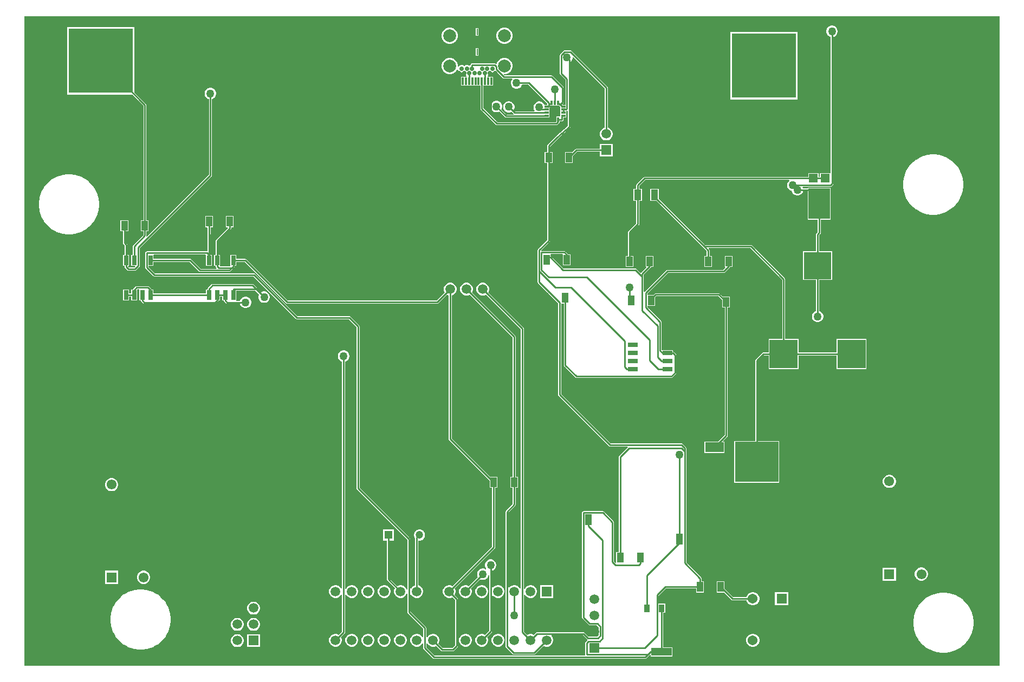
<source format=gtl>
G04*
G04 #@! TF.GenerationSoftware,Altium Limited,Altium Designer,22.11.1 (43)*
G04*
G04 Layer_Physical_Order=1*
G04 Layer_Color=255*
%FSLAX25Y25*%
%MOIN*%
G70*
G04*
G04 #@! TF.SameCoordinates,F1E40A5C-0621-48A3-8FA6-9D6C7DDBF0E7*
G04*
G04*
G04 #@! TF.FilePolarity,Positive*
G04*
G01*
G75*
%ADD10C,0.01000*%
%ADD17R,0.03740X0.04921*%
%ADD18R,0.12598X0.04921*%
%ADD19R,0.01181X0.04724*%
%ADD20R,0.00787X0.03937*%
%ADD21R,0.03937X0.05906*%
%ADD22R,0.04331X0.06693*%
%ADD23R,0.05472X0.05512*%
%ADD24R,0.13228X0.19134*%
%ADD25R,0.06004X0.02559*%
%ADD26R,0.17323X0.17717*%
%ADD27R,0.16929X0.16929*%
%ADD28R,0.01181X0.02756*%
%ADD29R,0.02756X0.01181*%
%ADD30R,0.05906X0.05906*%
%ADD31R,0.11811X0.05906*%
%ADD32R,0.26772X0.24606*%
%ADD33R,0.02559X0.06004*%
%ADD54C,0.06063*%
%ADD55R,0.06063X0.06063*%
G04:AMPARAMS|DCode=57|XSize=94.49mil|YSize=196.85mil|CornerRadius=47.24mil|HoleSize=0mil|Usage=FLASHONLY|Rotation=0.000|XOffset=0mil|YOffset=0mil|HoleType=Round|Shape=RoundedRectangle|*
%AMROUNDEDRECTD57*
21,1,0.09449,0.10236,0,0,0.0*
21,1,0.00000,0.19685,0,0,0.0*
1,1,0.09449,0.00000,-0.05118*
1,1,0.09449,0.00000,-0.05118*
1,1,0.09449,0.00000,0.05118*
1,1,0.09449,0.00000,0.05118*
%
%ADD57ROUNDEDRECTD57*%
%ADD58C,0.06102*%
%ADD59R,0.06102X0.06102*%
%ADD63C,0.05906*%
%ADD64R,0.05906X0.05906*%
%ADD65C,0.02756*%
%ADD66C,0.07913*%
%ADD67R,0.39370X0.39370*%
%ADD68R,0.04724X0.04724*%
%ADD69C,0.04724*%
%ADD70C,0.05000*%
G36*
X700000Y100000D02*
X100000D01*
Y500000D01*
X700000D01*
Y100000D01*
D02*
G37*
%LPC*%
G36*
X379287Y492567D02*
X377713D01*
Y487842D01*
X379287D01*
Y492567D01*
D02*
G37*
G36*
X395964Y492996D02*
X394659D01*
X393398Y492658D01*
X392268Y492006D01*
X391345Y491083D01*
X390692Y489953D01*
X390354Y488692D01*
Y487387D01*
X390692Y486126D01*
X391345Y484996D01*
X392268Y484073D01*
X393398Y483421D01*
X394659Y483083D01*
X395964D01*
X397224Y483421D01*
X398355Y484073D01*
X399277Y484996D01*
X399930Y486126D01*
X400268Y487387D01*
Y488692D01*
X399930Y489953D01*
X399277Y491083D01*
X398355Y492006D01*
X397224Y492658D01*
X395964Y492996D01*
D02*
G37*
G36*
X362342D02*
X361036D01*
X359776Y492658D01*
X358646Y492006D01*
X357723Y491083D01*
X357070Y489953D01*
X356732Y488692D01*
Y487387D01*
X357070Y486126D01*
X357723Y484996D01*
X358646Y484073D01*
X359776Y483421D01*
X361036Y483083D01*
X362342D01*
X363602Y483421D01*
X364733Y484073D01*
X365655Y484996D01*
X366308Y486126D01*
X366646Y487387D01*
Y488692D01*
X366308Y489953D01*
X365655Y491083D01*
X364733Y492006D01*
X363602Y492658D01*
X362342Y492996D01*
D02*
G37*
G36*
X379287Y480362D02*
X377713D01*
Y475638D01*
X379287D01*
Y480362D01*
D02*
G37*
G36*
X575685Y490185D02*
X534315D01*
Y448815D01*
X575685D01*
Y490185D01*
D02*
G37*
G36*
X436000Y478911D02*
X432400D01*
X432051Y478842D01*
X431756Y478644D01*
X429756Y476644D01*
X429558Y476349D01*
X429489Y476000D01*
Y464600D01*
X429558Y464251D01*
X429756Y463956D01*
X432861Y460851D01*
Y445453D01*
X431318D01*
X431104Y445943D01*
X431104Y445946D01*
X431514Y446356D01*
X431712Y446651D01*
X431781Y447000D01*
Y456130D01*
X431712Y456479D01*
X431514Y456775D01*
X425044Y463244D01*
X424749Y463442D01*
X424400Y463511D01*
X395404D01*
X394954Y463961D01*
X395162Y464461D01*
X395964D01*
X397224Y464798D01*
X398355Y465451D01*
X399277Y466374D01*
X399930Y467504D01*
X400268Y468765D01*
Y470070D01*
X399930Y471330D01*
X399277Y472461D01*
X398355Y473384D01*
X397224Y474036D01*
X395964Y474374D01*
X394659D01*
X393398Y474036D01*
X392268Y473384D01*
X391345Y472461D01*
X390692Y471330D01*
X390540Y470761D01*
X390409Y470726D01*
X389999Y470675D01*
X389749Y470842D01*
X389400Y470911D01*
X375350D01*
X375002Y470842D01*
X374706Y470644D01*
X374509Y470349D01*
X374439Y470000D01*
Y469842D01*
X374003Y469662D01*
X373776Y469434D01*
X373548Y469662D01*
X372674Y470023D01*
X371728D01*
X370854Y469662D01*
X370626Y469434D01*
X370398Y469662D01*
X369524Y470023D01*
X368578D01*
X367704Y469662D01*
X367146Y469103D01*
X366646Y469259D01*
Y470070D01*
X366308Y471330D01*
X365655Y472461D01*
X364733Y473384D01*
X363602Y474036D01*
X362342Y474374D01*
X361036D01*
X359776Y474036D01*
X358646Y473384D01*
X357723Y472461D01*
X357070Y471330D01*
X356732Y470070D01*
Y468765D01*
X357070Y467504D01*
X357723Y466374D01*
X358646Y465451D01*
X359776Y464798D01*
X361036Y464461D01*
X362342D01*
X363602Y464798D01*
X364733Y465451D01*
X365655Y466374D01*
X366173Y467271D01*
X366584Y467190D01*
X366682Y467152D01*
X367035Y466299D01*
X367704Y465630D01*
X368578Y465268D01*
X369524D01*
X370398Y465630D01*
X370626Y465858D01*
X370854Y465630D01*
X371412Y465398D01*
X371398Y465363D01*
Y464417D01*
X371760Y463543D01*
X372078Y463224D01*
X371871Y462724D01*
X370626Y462724D01*
X370126Y462724D01*
X368657D01*
Y457212D01*
X370626Y457212D01*
X371126Y457212D01*
X374063D01*
X374563Y457212D01*
Y457212D01*
X374563D01*
Y457212D01*
X378000D01*
X378500Y457212D01*
Y457212D01*
X378500D01*
Y457212D01*
X380542D01*
Y443146D01*
X380611Y442797D01*
X380808Y442502D01*
X390054Y433256D01*
X390350Y433058D01*
X390699Y432989D01*
X427250D01*
X427599Y433058D01*
X427895Y433256D01*
X428995Y434356D01*
X429176Y434626D01*
X429335D01*
Y435389D01*
X430800D01*
X431149Y435458D01*
X431444Y435656D01*
X431642Y435951D01*
X431711Y436300D01*
Y437579D01*
X433272D01*
Y439047D01*
X433272Y439547D01*
X433272D01*
Y439547D01*
X433272D01*
Y441589D01*
X433288D01*
X433636Y441658D01*
X433754Y441737D01*
X434254Y441507D01*
Y432412D01*
X427398Y426384D01*
X427380Y426361D01*
X427356Y426344D01*
X421856Y420844D01*
X421658Y420549D01*
X421589Y420200D01*
Y416347D01*
X420138D01*
Y409654D01*
X421589D01*
Y362045D01*
X416056Y356512D01*
X416055Y356511D01*
X416054Y356510D01*
X415956Y356363D01*
X415858Y356217D01*
X415858Y356215D01*
X415857Y356214D01*
X415823Y356040D01*
X415789Y355868D01*
Y336400D01*
X415858Y336051D01*
X416056Y335756D01*
X428389Y323423D01*
Y267100D01*
X428458Y266751D01*
X428656Y266456D01*
X459756Y235356D01*
X460051Y235158D01*
X460400Y235089D01*
X471121D01*
X471264Y234817D01*
X471300Y234589D01*
X465856Y229144D01*
X465658Y228849D01*
X465589Y228500D01*
Y169846D01*
X464138D01*
Y163658D01*
X463638Y163451D01*
X462711Y164377D01*
Y188400D01*
X462642Y188749D01*
X462444Y189044D01*
X456544Y194944D01*
X456249Y195142D01*
X455900Y195211D01*
X444000D01*
X443651Y195142D01*
X443356Y194944D01*
X443158Y194649D01*
X443089Y194300D01*
Y129800D01*
X443158Y129451D01*
X443356Y129156D01*
X447156Y125356D01*
X447451Y125158D01*
X447800Y125089D01*
X452123D01*
X453435Y123776D01*
Y118877D01*
X452623Y118065D01*
X447077D01*
X444698Y120444D01*
X444402Y120642D01*
X444053Y120711D01*
X415453D01*
X415105Y120642D01*
X414809Y120444D01*
X413435Y119070D01*
X412884Y119388D01*
X411879Y119658D01*
X410838D01*
X409832Y119388D01*
X409282Y119070D01*
X407311Y121040D01*
Y143809D01*
X407811Y143943D01*
X408195Y143278D01*
X408931Y142542D01*
X409832Y142021D01*
X410838Y141752D01*
X411879D01*
X412884Y142021D01*
X413785Y142542D01*
X414521Y143278D01*
X415042Y144179D01*
X415311Y145184D01*
Y146225D01*
X415042Y147231D01*
X414521Y148132D01*
X413785Y148868D01*
X412884Y149388D01*
X411879Y149657D01*
X410838D01*
X409832Y149388D01*
X408931Y148868D01*
X408195Y148132D01*
X407811Y147467D01*
X407311Y147601D01*
Y307600D01*
X407242Y307949D01*
X407044Y308244D01*
X385365Y329923D01*
X385683Y330474D01*
X385953Y331480D01*
Y332520D01*
X385683Y333526D01*
X385163Y334427D01*
X384427Y335163D01*
X383526Y335683D01*
X382520Y335953D01*
X381480D01*
X380474Y335683D01*
X379573Y335163D01*
X378837Y334427D01*
X378317Y333526D01*
X378047Y332520D01*
Y331480D01*
X378317Y330474D01*
X378837Y329573D01*
X379573Y328837D01*
X380474Y328317D01*
X381480Y328047D01*
X382520D01*
X383526Y328317D01*
X384077Y328635D01*
X405489Y307223D01*
Y147406D01*
X405373Y147361D01*
X404989Y147322D01*
X404521Y148132D01*
X403785Y148868D01*
X402884Y149388D01*
X401879Y149657D01*
X400838D01*
X399833Y149388D01*
X398931Y148868D01*
X398311Y148248D01*
X397811Y148412D01*
Y194423D01*
X401943Y198556D01*
X402141Y198851D01*
X402210Y199200D01*
Y209653D01*
X403661D01*
Y216347D01*
X402210D01*
Y302701D01*
X402141Y303049D01*
X401943Y303345D01*
X375365Y329923D01*
X375683Y330474D01*
X375953Y331480D01*
Y332520D01*
X375683Y333526D01*
X375163Y334427D01*
X374427Y335163D01*
X373526Y335683D01*
X372520Y335953D01*
X371480D01*
X370474Y335683D01*
X369573Y335163D01*
X368837Y334427D01*
X368317Y333526D01*
X368047Y332520D01*
Y331480D01*
X368317Y330474D01*
X368837Y329573D01*
X369573Y328837D01*
X370474Y328317D01*
X371480Y328047D01*
X372520D01*
X373526Y328317D01*
X374077Y328635D01*
X400388Y302323D01*
Y216347D01*
X398937D01*
Y209653D01*
X400388D01*
Y199577D01*
X396256Y195445D01*
X396058Y195150D01*
X395989Y194801D01*
Y112000D01*
X396058Y111651D01*
X396256Y111356D01*
X400356Y107256D01*
X400651Y107058D01*
X401000Y106989D01*
X413553D01*
X413902Y107058D01*
X414198Y107256D01*
X419281Y112339D01*
X419833Y112021D01*
X420838Y111752D01*
X421879D01*
X422884Y112021D01*
X423785Y112542D01*
X424521Y113278D01*
X425042Y114179D01*
X425311Y115184D01*
Y116225D01*
X425042Y117230D01*
X424521Y118132D01*
X424264Y118389D01*
X424471Y118889D01*
X443676D01*
X446056Y116509D01*
X446351Y116312D01*
X446366Y116281D01*
X446421Y115788D01*
X446356Y115744D01*
X445356Y114744D01*
X445158Y114449D01*
X445089Y114100D01*
Y106900D01*
X445126Y106711D01*
X444883Y106301D01*
X444784Y106211D01*
X352377D01*
X347211Y111377D01*
Y113780D01*
X347293Y113840D01*
X347950Y113703D01*
X348195Y113278D01*
X348931Y112542D01*
X349833Y112021D01*
X350838Y111752D01*
X351879D01*
X352884Y112021D01*
X353435Y112339D01*
X356419Y109356D01*
X356714Y109158D01*
X357063Y109089D01*
X363663D01*
X364012Y109158D01*
X364307Y109356D01*
X366544Y111593D01*
X366742Y111888D01*
X366811Y112237D01*
Y141163D01*
X366742Y141512D01*
X366544Y141807D01*
X364723Y143628D01*
X365042Y144179D01*
X365311Y145184D01*
Y146225D01*
X365042Y147231D01*
X364723Y147781D01*
X389345Y172403D01*
X389543Y172699D01*
X389612Y173047D01*
Y209653D01*
X391063D01*
Y216347D01*
X386643D01*
X362911Y240078D01*
Y328152D01*
X363526Y328317D01*
X364427Y328837D01*
X365163Y329573D01*
X365683Y330474D01*
X365953Y331480D01*
Y332520D01*
X365683Y333526D01*
X365163Y334427D01*
X364427Y335163D01*
X363526Y335683D01*
X362520Y335953D01*
X361480D01*
X360474Y335683D01*
X359573Y335163D01*
X358837Y334427D01*
X358317Y333526D01*
X358047Y332520D01*
Y331480D01*
X358317Y330474D01*
X358635Y329923D01*
X353623Y324911D01*
X262077D01*
X236744Y350244D01*
X236449Y350442D01*
X236100Y350511D01*
X230173D01*
Y353073D01*
X226827D01*
Y346282D01*
X226514Y345911D01*
X220486D01*
X220173Y346282D01*
Y353073D01*
X219411D01*
Y361223D01*
X226943Y368755D01*
X227141Y369051D01*
X227210Y369399D01*
Y370153D01*
X228661D01*
Y376847D01*
X223937D01*
Y370153D01*
X225091D01*
X225265Y369654D01*
X217856Y362244D01*
X217658Y361949D01*
X217589Y361600D01*
Y353073D01*
X216827D01*
Y346282D01*
X217589D01*
Y346000D01*
X217658Y345651D01*
X217856Y345356D01*
X218338Y344873D01*
X218147Y344411D01*
X208477D01*
X202544Y350344D01*
X202249Y350542D01*
X201900Y350611D01*
X179173D01*
Y353073D01*
X179543Y353389D01*
X211458D01*
X211827Y353073D01*
Y346282D01*
X215173D01*
Y353073D01*
X214411D01*
Y361393D01*
X214556Y370153D01*
X216063D01*
Y376847D01*
X211338D01*
Y370153D01*
X212377D01*
X212728Y369797D01*
X212589Y361415D01*
X212590Y361407D01*
X212589Y361400D01*
Y355644D01*
X212200Y355211D01*
X175300D01*
X174951Y355142D01*
X174656Y354944D01*
X174458Y354649D01*
X174389Y354300D01*
Y345400D01*
X174458Y345051D01*
X174656Y344756D01*
X179356Y340056D01*
X179651Y339858D01*
X180000Y339789D01*
X241023D01*
X267056Y313756D01*
X267351Y313558D01*
X267700Y313489D01*
X299623D01*
X304389Y308723D01*
Y209300D01*
X304458Y208951D01*
X304656Y208656D01*
X335589Y177723D01*
Y147120D01*
X335089Y147054D01*
X335042Y147231D01*
X334521Y148132D01*
X333785Y148868D01*
X332884Y149388D01*
X331879Y149657D01*
X330838D01*
X329833Y149388D01*
X329282Y149070D01*
X324805Y153547D01*
Y177138D01*
X327256D01*
Y183862D01*
X320532D01*
Y177138D01*
X322983D01*
Y153169D01*
X323052Y152821D01*
X323250Y152525D01*
X327993Y147781D01*
X327675Y147231D01*
X327406Y146225D01*
Y145184D01*
X327675Y144179D01*
X328195Y143278D01*
X328931Y142542D01*
X329833Y142021D01*
X330838Y141752D01*
X331879D01*
X332884Y142021D01*
X333785Y142542D01*
X334521Y143278D01*
X335042Y144179D01*
X335089Y144355D01*
X335589Y144290D01*
Y133000D01*
X335658Y132651D01*
X335856Y132356D01*
X345389Y122823D01*
Y117629D01*
X344889Y117495D01*
X344521Y118132D01*
X343785Y118868D01*
X342884Y119388D01*
X341879Y119658D01*
X340838D01*
X339832Y119388D01*
X338931Y118868D01*
X338195Y118132D01*
X337675Y117230D01*
X337405Y116225D01*
Y115184D01*
X337675Y114179D01*
X338195Y113278D01*
X338931Y112542D01*
X339832Y112021D01*
X340838Y111752D01*
X341879D01*
X342884Y112021D01*
X343785Y112542D01*
X344521Y113278D01*
X344889Y113915D01*
X345389Y113780D01*
Y111000D01*
X345458Y110651D01*
X345656Y110356D01*
X351356Y104656D01*
X351651Y104458D01*
X352000Y104389D01*
X482100D01*
X482449Y104458D01*
X482744Y104656D01*
X484845Y106756D01*
X485307Y106565D01*
Y105760D01*
X498693D01*
Y111468D01*
X492911D01*
Y132531D01*
X494264D01*
Y138240D01*
X490111D01*
Y143123D01*
X494577Y147589D01*
X513339D01*
Y145153D01*
X518063D01*
Y151847D01*
X516612D01*
Y153800D01*
X516543Y154149D01*
X516345Y154444D01*
X507211Y163578D01*
Y232000D01*
Y234000D01*
X507142Y234349D01*
X506944Y234644D01*
X504944Y236644D01*
X504649Y236842D01*
X504300Y236911D01*
X460777D01*
X430211Y267477D01*
Y322747D01*
X430437Y323153D01*
X431888D01*
Y284901D01*
X431957Y284552D01*
X432155Y284257D01*
X438856Y277556D01*
X439151Y277358D01*
X439500Y277289D01*
X498000D01*
X498349Y277358D01*
X498644Y277556D01*
X500844Y279756D01*
X501042Y280051D01*
X501111Y280400D01*
Y291300D01*
X501042Y291649D01*
X500844Y291944D01*
X499644Y293144D01*
X499349Y293342D01*
X499073Y293397D01*
Y294173D01*
X492281D01*
X492011Y294561D01*
Y311700D01*
X491942Y312049D01*
X491744Y312344D01*
X483211Y320877D01*
Y321247D01*
X483437Y321654D01*
X483711Y321654D01*
X488161D01*
Y327042D01*
X488708Y327589D01*
X526922D01*
X529437Y325074D01*
Y320654D01*
X530888D01*
Y242161D01*
X526574Y237846D01*
X518217D01*
Y231153D01*
X530815D01*
Y237846D01*
X529804D01*
X529613Y238308D01*
X532444Y241139D01*
X532641Y241435D01*
X532710Y241783D01*
Y320654D01*
X534161D01*
Y327346D01*
X529741D01*
X527944Y329144D01*
X527648Y329342D01*
X527299Y329411D01*
X488331D01*
X487982Y329342D01*
X487686Y329144D01*
X486888Y328346D01*
X483437Y328346D01*
X483211Y328753D01*
Y329323D01*
X495877Y341988D01*
X530198D01*
X530547Y342057D01*
X530843Y342255D01*
X533944Y345356D01*
X534141Y345651D01*
X534141Y345654D01*
X535661D01*
Y352346D01*
X530937D01*
Y345654D01*
X531011D01*
X531202Y345192D01*
X529821Y343810D01*
X495499D01*
X495151Y343741D01*
X494855Y343544D01*
X481656Y330344D01*
X481546Y330181D01*
X481046Y330332D01*
Y339565D01*
Y340959D01*
X485443Y345356D01*
X485641Y345651D01*
X485641Y345654D01*
X487161D01*
Y352346D01*
X482437D01*
Y345654D01*
X482511D01*
X482702Y345192D01*
X479491Y341980D01*
X479052Y341937D01*
X476644Y344344D01*
X476349Y344542D01*
X476000Y344611D01*
X431728D01*
X424145Y352194D01*
X423849Y352392D01*
X423563Y352449D01*
Y353346D01*
X423963Y353589D01*
X431037D01*
X431437Y353346D01*
Y346654D01*
X436161D01*
Y353346D01*
X434642D01*
X434641Y353349D01*
X434444Y353644D01*
X432943Y355144D01*
X432648Y355342D01*
X432299Y355411D01*
X418239D01*
X418068Y355683D01*
X418021Y355900D01*
X423144Y361023D01*
X423342Y361319D01*
X423411Y361668D01*
Y409654D01*
X424862D01*
Y416347D01*
X423411D01*
Y419823D01*
X428624Y425035D01*
X435767Y431316D01*
X435785Y431339D01*
X435810Y431356D01*
X435893Y431480D01*
X435983Y431598D01*
X435991Y431627D01*
X436007Y431651D01*
X436036Y431798D01*
X436075Y431942D01*
X436071Y431971D01*
X436077Y432000D01*
Y471927D01*
X436601Y472451D01*
X437062Y473249D01*
X437300Y474139D01*
Y474704D01*
X437800Y474911D01*
X457089Y455623D01*
Y431348D01*
X456474Y431183D01*
X455573Y430663D01*
X454837Y429927D01*
X454317Y429026D01*
X454047Y428020D01*
Y426980D01*
X454317Y425974D01*
X454837Y425073D01*
X455573Y424337D01*
X456474Y423817D01*
X457480Y423547D01*
X458520D01*
X459526Y423817D01*
X460427Y424337D01*
X461163Y425073D01*
X461683Y425974D01*
X461953Y426980D01*
Y428020D01*
X461683Y429026D01*
X461163Y429927D01*
X460427Y430663D01*
X459526Y431183D01*
X458911Y431348D01*
Y456000D01*
X458842Y456349D01*
X458644Y456644D01*
X436644Y478644D01*
X436349Y478842D01*
X436000Y478911D01*
D02*
G37*
G36*
X660259Y414857D02*
X657964D01*
X657898Y414844D01*
X657831Y414849D01*
X655555Y414549D01*
X655492Y414528D01*
X655424Y414523D01*
X653208Y413929D01*
X653147Y413900D01*
X653082Y413886D01*
X650961Y413008D01*
X650905Y412971D01*
X650842Y412949D01*
X648854Y411802D01*
X648804Y411757D01*
X648743Y411728D01*
X646922Y410330D01*
X646878Y410280D01*
X646822Y410243D01*
X645199Y408620D01*
X645162Y408564D01*
X645112Y408520D01*
X643714Y406699D01*
X643685Y406638D01*
X643640Y406588D01*
X642493Y404600D01*
X642471Y404537D01*
X642434Y404481D01*
X641556Y402360D01*
X641542Y402294D01*
X641513Y402234D01*
X640919Y400017D01*
X640914Y399950D01*
X640893Y399887D01*
X640593Y397611D01*
X640598Y397544D01*
X640585Y397478D01*
Y395183D01*
X640598Y395117D01*
X640593Y395050D01*
X640893Y392775D01*
X640914Y392711D01*
X640919Y392644D01*
X641513Y390427D01*
X641542Y390367D01*
X641556Y390301D01*
X642434Y388181D01*
X642471Y388125D01*
X642493Y388061D01*
X643640Y386074D01*
X643685Y386023D01*
X643714Y385963D01*
X645112Y384142D01*
X645162Y384098D01*
X645199Y384042D01*
X646822Y382419D01*
X646878Y382382D01*
X646922Y382331D01*
X648743Y380934D01*
X648804Y380904D01*
X648854Y380860D01*
X650842Y379712D01*
X650905Y379691D01*
X650961Y379653D01*
X653082Y378775D01*
X653147Y378762D01*
X653208Y378732D01*
X655424Y378138D01*
X655492Y378134D01*
X655555Y378112D01*
X657831Y377813D01*
X657898Y377817D01*
X657964Y377804D01*
X660259D01*
X660325Y377817D01*
X660392Y377813D01*
X662667Y378112D01*
X662731Y378134D01*
X662798Y378138D01*
X665015Y378732D01*
X665075Y378762D01*
X665141Y378775D01*
X667261Y379653D01*
X667317Y379691D01*
X667381Y379712D01*
X669368Y380860D01*
X669419Y380904D01*
X669479Y380934D01*
X671300Y382331D01*
X671344Y382382D01*
X671400Y382419D01*
X673023Y384042D01*
X673060Y384098D01*
X673111Y384142D01*
X674508Y385963D01*
X674538Y386023D01*
X674582Y386074D01*
X675730Y388061D01*
X675751Y388125D01*
X675788Y388181D01*
X676667Y390301D01*
X676680Y390367D01*
X676710Y390427D01*
X677304Y392644D01*
X677308Y392711D01*
X677330Y392775D01*
X677629Y395050D01*
X677625Y395117D01*
X677638Y395183D01*
Y397478D01*
X677625Y397544D01*
X677629Y397611D01*
X677330Y399887D01*
X677308Y399950D01*
X677304Y400017D01*
X676710Y402234D01*
X676680Y402294D01*
X676667Y402360D01*
X675788Y404481D01*
X675751Y404537D01*
X675730Y404600D01*
X674582Y406588D01*
X674538Y406638D01*
X674508Y406699D01*
X673111Y408520D01*
X673060Y408564D01*
X673023Y408620D01*
X671400Y410243D01*
X671344Y410280D01*
X671300Y410330D01*
X669479Y411728D01*
X669419Y411757D01*
X669368Y411802D01*
X667381Y412949D01*
X667317Y412971D01*
X667261Y413008D01*
X665141Y413886D01*
X665075Y413900D01*
X665015Y413929D01*
X662798Y414523D01*
X662731Y414528D01*
X662667Y414549D01*
X660392Y414849D01*
X660325Y414844D01*
X660259Y414857D01*
D02*
G37*
G36*
X461953Y421453D02*
X454047D01*
Y418411D01*
X439598D01*
X439250Y418342D01*
X438954Y418144D01*
X437156Y416347D01*
X432736D01*
Y409654D01*
X437461D01*
Y414074D01*
X439976Y416589D01*
X454047D01*
Y413547D01*
X461953D01*
Y421453D01*
D02*
G37*
G36*
X128566Y402701D02*
X126271D01*
X126205Y402688D01*
X126138Y402692D01*
X123863Y402392D01*
X123799Y402371D01*
X123732Y402366D01*
X121515Y401772D01*
X121455Y401743D01*
X121389Y401729D01*
X119269Y400851D01*
X119212Y400814D01*
X119149Y400792D01*
X117161Y399645D01*
X117111Y399601D01*
X117051Y399571D01*
X115230Y398174D01*
X115185Y398123D01*
X115129Y398086D01*
X113507Y396463D01*
X113469Y396407D01*
X113419Y396363D01*
X112022Y394542D01*
X111992Y394482D01*
X111948Y394431D01*
X110800Y392444D01*
X110778Y392380D01*
X110741Y392324D01*
X109863Y390204D01*
X109850Y390138D01*
X109820Y390077D01*
X109226Y387861D01*
X109222Y387793D01*
X109200Y387730D01*
X108900Y385455D01*
X108905Y385387D01*
X108892Y385321D01*
Y383027D01*
X108905Y382961D01*
X108900Y382893D01*
X109200Y380618D01*
X109222Y380554D01*
X109226Y380487D01*
X109820Y378271D01*
X109850Y378210D01*
X109863Y378144D01*
X110741Y376024D01*
X110778Y375968D01*
X110800Y375904D01*
X111948Y373917D01*
X111992Y373866D01*
X112022Y373806D01*
X113419Y371985D01*
X113469Y371941D01*
X113507Y371885D01*
X115129Y370262D01*
X115185Y370225D01*
X115230Y370174D01*
X117051Y368777D01*
X117111Y368747D01*
X117161Y368703D01*
X119149Y367556D01*
X119212Y367534D01*
X119269Y367497D01*
X121389Y366618D01*
X121455Y366605D01*
X121515Y366576D01*
X123732Y365982D01*
X123799Y365977D01*
X123863Y365955D01*
X126138Y365656D01*
X126205Y365660D01*
X126271Y365647D01*
X128566D01*
X128632Y365660D01*
X128699Y365656D01*
X130974Y365955D01*
X131038Y365977D01*
X131105Y365982D01*
X133322Y366576D01*
X133382Y366605D01*
X133448Y366618D01*
X135568Y367497D01*
X135624Y367534D01*
X135688Y367556D01*
X137676Y368703D01*
X137726Y368747D01*
X137786Y368777D01*
X139607Y370174D01*
X139652Y370225D01*
X139707Y370262D01*
X141330Y371885D01*
X141368Y371941D01*
X141418Y371985D01*
X142815Y373806D01*
X142845Y373866D01*
X142889Y373917D01*
X144037Y375904D01*
X144058Y375968D01*
X144096Y376024D01*
X144974Y378144D01*
X144987Y378210D01*
X145017Y378271D01*
X145611Y380487D01*
X145615Y380554D01*
X145637Y380618D01*
X145937Y382893D01*
X145932Y382961D01*
X145945Y383027D01*
Y385321D01*
X145932Y385387D01*
X145937Y385455D01*
X145637Y387730D01*
X145615Y387793D01*
X145611Y387861D01*
X145017Y390077D01*
X144987Y390138D01*
X144974Y390204D01*
X144096Y392324D01*
X144058Y392380D01*
X144037Y392444D01*
X142889Y394431D01*
X142845Y394482D01*
X142815Y394542D01*
X141418Y396363D01*
X141368Y396407D01*
X141330Y396463D01*
X139707Y398086D01*
X139652Y398123D01*
X139607Y398174D01*
X137786Y399571D01*
X137726Y399601D01*
X137676Y399645D01*
X135688Y400792D01*
X135624Y400814D01*
X135568Y400851D01*
X133448Y401729D01*
X133382Y401743D01*
X133322Y401772D01*
X131105Y402366D01*
X131038Y402371D01*
X130974Y402392D01*
X128699Y402692D01*
X128632Y402688D01*
X128566Y402701D01*
D02*
G37*
G36*
X597361Y494200D02*
X596439D01*
X595549Y493961D01*
X594751Y493501D01*
X594099Y492849D01*
X593639Y492051D01*
X593400Y491161D01*
Y490239D01*
X593639Y489349D01*
X594099Y488551D01*
X594751Y487899D01*
X595549Y487438D01*
X595989Y487321D01*
Y403728D01*
X595752Y403327D01*
X589492D01*
Y401088D01*
X588508D01*
Y403327D01*
X582248D01*
Y401088D01*
X481559D01*
X481210Y401019D01*
X480914Y400821D01*
X476737Y396644D01*
X476540Y396349D01*
X476471Y396000D01*
Y393740D01*
X474823D01*
Y386260D01*
X476471D01*
Y372458D01*
X471557Y367544D01*
X471359Y367249D01*
X471290Y366900D01*
Y352346D01*
X469839D01*
Y345654D01*
X474563D01*
Y352346D01*
X473112D01*
Y366523D01*
X478026Y371437D01*
X478224Y371732D01*
X478293Y372081D01*
Y386260D01*
X479941D01*
Y393740D01*
X478293D01*
Y395623D01*
X481936Y399266D01*
X570357D01*
X570501Y398921D01*
X570516Y398766D01*
X569899Y398149D01*
X569439Y397351D01*
X569200Y396461D01*
Y395539D01*
X569439Y394649D01*
X569899Y393851D01*
X570551Y393199D01*
X571349Y392739D01*
X572129Y392529D01*
X572338Y391749D01*
X572799Y390951D01*
X573451Y390299D01*
X574249Y389839D01*
X575139Y389600D01*
X576061D01*
X576951Y389839D01*
X577749Y390299D01*
X578401Y390951D01*
X578862Y391749D01*
X578979Y392189D01*
X581992D01*
Y374539D01*
X588089D01*
Y366877D01*
X587356Y366144D01*
X587158Y365849D01*
X587089Y365500D01*
Y355221D01*
X579142D01*
Y337504D01*
X587089D01*
Y318479D01*
X586649Y318361D01*
X585851Y317901D01*
X585199Y317249D01*
X584738Y316451D01*
X584500Y315561D01*
Y314639D01*
X584738Y313749D01*
X585199Y312951D01*
X585851Y312299D01*
X586649Y311839D01*
X587539Y311600D01*
X588461D01*
X589351Y311839D01*
X590149Y312299D01*
X590801Y312951D01*
X591261Y313749D01*
X591500Y314639D01*
Y315561D01*
X591261Y316451D01*
X590801Y317249D01*
X590149Y317901D01*
X589351Y318361D01*
X588911Y318479D01*
Y337504D01*
X596858D01*
Y355221D01*
X588911D01*
Y365123D01*
X589644Y365856D01*
X589842Y366151D01*
X589911Y366500D01*
Y374539D01*
X596008D01*
Y394461D01*
X581992D01*
Y394011D01*
X578979D01*
X578862Y394451D01*
X578743Y394656D01*
X578993Y395089D01*
X595900D01*
X596249Y395158D01*
X596544Y395356D01*
X597544Y396356D01*
X597742Y396651D01*
X597811Y397000D01*
Y487321D01*
X598251Y487438D01*
X599049Y487899D01*
X599701Y488551D01*
X600162Y489349D01*
X600400Y490239D01*
Y491161D01*
X600162Y492051D01*
X599701Y492849D01*
X599049Y493501D01*
X598251Y493961D01*
X597361Y494200D01*
D02*
G37*
G36*
X167685Y493185D02*
X126315D01*
Y451815D01*
X166396D01*
X173187Y445024D01*
Y374346D01*
X171736D01*
Y367653D01*
X173187D01*
Y365276D01*
X166856Y358944D01*
X166658Y358649D01*
X166589Y358300D01*
Y353073D01*
X165827D01*
Y346282D01*
X168040D01*
X168231Y345820D01*
X167623Y345211D01*
X164377D01*
X163807Y345782D01*
X164014Y346282D01*
X164173D01*
Y353073D01*
X163411D01*
Y359400D01*
X163342Y359749D01*
X163144Y360044D01*
X162411Y360777D01*
Y367653D01*
X163862D01*
Y374346D01*
X159138D01*
Y367653D01*
X160589D01*
Y360400D01*
X160658Y360051D01*
X160856Y359756D01*
X161589Y359023D01*
Y353073D01*
X160827D01*
Y346282D01*
X161589D01*
Y345800D01*
X161658Y345451D01*
X161856Y345156D01*
X163356Y343656D01*
X163651Y343458D01*
X164000Y343389D01*
X168000D01*
X168349Y343458D01*
X168644Y343656D01*
X170744Y345756D01*
X170942Y346051D01*
X171011Y346400D01*
Y357323D01*
X215066Y401377D01*
X215263Y401673D01*
X215332Y402021D01*
Y449042D01*
X215772Y449160D01*
X216570Y449620D01*
X217222Y450272D01*
X217683Y451070D01*
X217921Y451960D01*
Y452882D01*
X217683Y453772D01*
X217222Y454570D01*
X216570Y455222D01*
X215772Y455683D01*
X214882Y455921D01*
X213960D01*
X213070Y455683D01*
X212272Y455222D01*
X211620Y454570D01*
X211160Y453772D01*
X210921Y452882D01*
Y451960D01*
X211160Y451070D01*
X211620Y450272D01*
X212272Y449620D01*
X213070Y449160D01*
X213510Y449042D01*
Y402399D01*
X175301Y364190D01*
X174913Y364508D01*
X174940Y364550D01*
X175010Y364898D01*
Y367653D01*
X176461D01*
Y374346D01*
X175010D01*
Y445402D01*
X174940Y445750D01*
X174743Y446046D01*
X167685Y453104D01*
Y493185D01*
D02*
G37*
G36*
X240300Y335111D02*
X215700D01*
X215351Y335042D01*
X215056Y334844D01*
X212856Y332644D01*
X212658Y332349D01*
X212589Y332000D01*
Y331719D01*
X211827D01*
Y329234D01*
X179173D01*
Y331719D01*
X178348D01*
X178342Y331749D01*
X178144Y332044D01*
X176644Y333544D01*
X176349Y333742D01*
X176000Y333811D01*
X169000D01*
X168651Y333742D01*
X168356Y333544D01*
X166856Y332044D01*
X166658Y331749D01*
X166652Y331719D01*
X165827D01*
Y329234D01*
X164173D01*
Y331719D01*
X160827D01*
Y324927D01*
X164173D01*
Y327412D01*
X165827D01*
Y324927D01*
X169173D01*
Y331719D01*
X169561Y331989D01*
X170439D01*
X170827Y331719D01*
X170827Y331489D01*
Y324927D01*
X171603D01*
X171658Y324651D01*
X171856Y324356D01*
X173056Y323156D01*
X173351Y322958D01*
X173700Y322889D01*
X217300D01*
X217649Y322958D01*
X217944Y323156D01*
X219144Y324356D01*
X219342Y324651D01*
X219397Y324927D01*
X220173D01*
Y327412D01*
X221827D01*
Y324927D01*
X222603D01*
X222658Y324651D01*
X222856Y324356D01*
X224056Y323156D01*
X224351Y322958D01*
X224700Y322889D01*
X232692D01*
X232810Y322449D01*
X233271Y321651D01*
X233923Y320999D01*
X234721Y320538D01*
X235611Y320300D01*
X236532D01*
X237423Y320538D01*
X238221Y320999D01*
X238872Y321651D01*
X239333Y322449D01*
X239572Y323339D01*
Y324261D01*
X239333Y325151D01*
X238872Y325949D01*
X238221Y326601D01*
X237423Y327062D01*
X236532Y327300D01*
X235611D01*
X234721Y327062D01*
X233923Y326601D01*
X233271Y325949D01*
X232810Y325151D01*
X232692Y324711D01*
X230584D01*
X230173Y324927D01*
X230173Y325211D01*
Y331089D01*
X242123D01*
X244466Y328745D01*
X244238Y328351D01*
X244000Y327461D01*
Y326539D01*
X244238Y325649D01*
X244699Y324851D01*
X245351Y324199D01*
X246149Y323739D01*
X247039Y323500D01*
X247961D01*
X248851Y323739D01*
X249649Y324199D01*
X250301Y324851D01*
X250762Y325649D01*
X251000Y326539D01*
Y327461D01*
X250762Y328351D01*
X250301Y329149D01*
X249649Y329801D01*
X248851Y330261D01*
X247961Y330500D01*
X247039D01*
X246149Y330261D01*
X245755Y330034D01*
X243144Y332644D01*
X240944Y334844D01*
X240649Y335042D01*
X240300Y335111D01*
D02*
G37*
G36*
X490177Y393740D02*
X485059D01*
Y386260D01*
X488869D01*
X517574Y357556D01*
X517574Y357556D01*
X519790Y355340D01*
Y352346D01*
X518339D01*
Y345654D01*
X523063D01*
Y352346D01*
X521612D01*
Y355717D01*
X521543Y356066D01*
X521345Y356362D01*
X520880Y356827D01*
X521071Y357289D01*
X546523D01*
X566223Y337589D01*
Y301284D01*
X558079D01*
Y292943D01*
X554532D01*
X554183Y292874D01*
X553887Y292676D01*
X549856Y288644D01*
X549658Y288349D01*
X549589Y288000D01*
Y238197D01*
X536721D01*
Y212803D01*
X564280D01*
Y238197D01*
X551411D01*
Y287623D01*
X554909Y291120D01*
X558079D01*
Y282780D01*
X576189D01*
Y291120D01*
X599811D01*
Y282780D01*
X617921D01*
Y301284D01*
X599811D01*
Y292943D01*
X576189D01*
Y301284D01*
X568045D01*
Y337966D01*
X567976Y338315D01*
X567778Y338611D01*
X547544Y358844D01*
X547249Y359042D01*
X546900Y359111D01*
X518595D01*
X490177Y387530D01*
Y393740D01*
D02*
G37*
G36*
X632691Y217610D02*
X631624D01*
X630594Y217334D01*
X629670Y216801D01*
X628916Y216047D01*
X628382Y215123D01*
X628106Y214092D01*
Y213026D01*
X628382Y211996D01*
X628916Y211072D01*
X629670Y210317D01*
X630594Y209784D01*
X631624Y209508D01*
X632691D01*
X633721Y209784D01*
X634645Y210317D01*
X635399Y211072D01*
X635933Y211996D01*
X636209Y213026D01*
Y214092D01*
X635933Y215123D01*
X635399Y216047D01*
X634645Y216801D01*
X633721Y217334D01*
X632691Y217610D01*
D02*
G37*
G36*
X154191Y215610D02*
X153124D01*
X152094Y215334D01*
X151170Y214801D01*
X150416Y214047D01*
X149882Y213123D01*
X149606Y212092D01*
Y211026D01*
X149882Y209995D01*
X150416Y209071D01*
X151170Y208317D01*
X152094Y207784D01*
X153124Y207508D01*
X154191D01*
X155221Y207784D01*
X156145Y208317D01*
X156899Y209071D01*
X157432Y209995D01*
X157709Y211026D01*
Y212092D01*
X157432Y213123D01*
X156899Y214047D01*
X156145Y214801D01*
X155221Y215334D01*
X154191Y215610D01*
D02*
G37*
G36*
X387361Y165500D02*
X386439D01*
X385549Y165261D01*
X384751Y164801D01*
X384099Y164149D01*
X383639Y163351D01*
X383400Y162461D01*
Y161539D01*
X383639Y160649D01*
X384099Y159851D01*
X384131Y159819D01*
X383824Y159419D01*
X383404Y159661D01*
X382514Y159900D01*
X381593D01*
X380702Y159661D01*
X379904Y159201D01*
X379253Y158549D01*
X378792Y157751D01*
X378553Y156861D01*
Y155939D01*
X378792Y155049D01*
X379019Y154655D01*
X373435Y149070D01*
X372884Y149388D01*
X371879Y149657D01*
X370838D01*
X369832Y149388D01*
X368931Y148868D01*
X368195Y148132D01*
X367675Y147231D01*
X367406Y146225D01*
Y145184D01*
X367675Y144179D01*
X368195Y143278D01*
X368931Y142542D01*
X369832Y142021D01*
X370838Y141752D01*
X371879D01*
X372884Y142021D01*
X373785Y142542D01*
X374521Y143278D01*
X375042Y144179D01*
X375311Y145184D01*
Y146225D01*
X375042Y147231D01*
X374724Y147781D01*
X380308Y153366D01*
X380702Y153138D01*
X381593Y152900D01*
X382514D01*
X383404Y153138D01*
X384202Y153599D01*
X384854Y154251D01*
X385315Y155049D01*
X385489Y155698D01*
X385989Y155632D01*
Y121624D01*
X383435Y119070D01*
X382884Y119388D01*
X381879Y119658D01*
X380838D01*
X379833Y119388D01*
X378931Y118868D01*
X378195Y118132D01*
X377675Y117230D01*
X377406Y116225D01*
Y115184D01*
X377675Y114179D01*
X378195Y113278D01*
X378931Y112542D01*
X379833Y112021D01*
X380838Y111752D01*
X381879D01*
X382884Y112021D01*
X383785Y112542D01*
X384521Y113278D01*
X385042Y114179D01*
X385311Y115184D01*
Y116225D01*
X385042Y117230D01*
X384723Y117781D01*
X387544Y120602D01*
X387742Y120898D01*
X387811Y121247D01*
Y142998D01*
X388311Y143162D01*
X388931Y142542D01*
X389832Y142021D01*
X390838Y141752D01*
X391879D01*
X392884Y142021D01*
X393785Y142542D01*
X394521Y143278D01*
X395042Y144179D01*
X395311Y145184D01*
Y146225D01*
X395042Y147231D01*
X394521Y148132D01*
X393785Y148868D01*
X392884Y149388D01*
X391879Y149657D01*
X390838D01*
X389832Y149388D01*
X388931Y148868D01*
X388311Y148248D01*
X387811Y148412D01*
Y158621D01*
X388251Y158739D01*
X389049Y159199D01*
X389701Y159851D01*
X390161Y160649D01*
X390400Y161539D01*
Y162461D01*
X390161Y163351D01*
X389701Y164149D01*
X389049Y164801D01*
X388251Y165261D01*
X387361Y165500D01*
D02*
G37*
G36*
X652376Y160524D02*
X651309D01*
X650279Y160248D01*
X649355Y159714D01*
X648601Y158960D01*
X648068Y158036D01*
X647791Y157006D01*
Y155939D01*
X648068Y154909D01*
X648601Y153985D01*
X649355Y153231D01*
X650279Y152698D01*
X651309Y152421D01*
X652376D01*
X653406Y152698D01*
X654330Y153231D01*
X655084Y153985D01*
X655618Y154909D01*
X655894Y155939D01*
Y157006D01*
X655618Y158036D01*
X655084Y158960D01*
X654330Y159714D01*
X653406Y160248D01*
X652376Y160524D01*
D02*
G37*
G36*
X636209D02*
X628106D01*
Y152421D01*
X636209D01*
Y160524D01*
D02*
G37*
G36*
X173876Y158524D02*
X172809D01*
X171779Y158247D01*
X170855Y157714D01*
X170101Y156960D01*
X169567Y156036D01*
X169291Y155006D01*
Y153939D01*
X169567Y152909D01*
X170101Y151985D01*
X170855Y151231D01*
X171779Y150697D01*
X172809Y150421D01*
X173876D01*
X174906Y150697D01*
X175830Y151231D01*
X176584Y151985D01*
X177118Y152909D01*
X177394Y153939D01*
Y155006D01*
X177118Y156036D01*
X176584Y156960D01*
X175830Y157714D01*
X174906Y158247D01*
X173876Y158524D01*
D02*
G37*
G36*
X157709D02*
X149606D01*
Y150421D01*
X157709D01*
Y158524D01*
D02*
G37*
G36*
X296861Y294200D02*
X295939D01*
X295049Y293962D01*
X294251Y293501D01*
X293599Y292849D01*
X293139Y292051D01*
X292900Y291161D01*
Y290239D01*
X293139Y289349D01*
X293599Y288551D01*
X294251Y287899D01*
X295049Y287439D01*
X295489Y287321D01*
Y147406D01*
X295373Y147361D01*
X294989Y147322D01*
X294521Y148132D01*
X293785Y148868D01*
X292884Y149388D01*
X291879Y149657D01*
X290838D01*
X289832Y149388D01*
X288931Y148868D01*
X288195Y148132D01*
X287675Y147231D01*
X287405Y146225D01*
Y145184D01*
X287675Y144179D01*
X288195Y143278D01*
X288931Y142542D01*
X289832Y142021D01*
X290838Y141752D01*
X291879D01*
X292884Y142021D01*
X293785Y142542D01*
X294521Y143278D01*
X294989Y144088D01*
X295373Y144049D01*
X295489Y144003D01*
Y121124D01*
X293435Y119070D01*
X292884Y119388D01*
X291879Y119658D01*
X290838D01*
X289832Y119388D01*
X288931Y118868D01*
X288195Y118132D01*
X287675Y117230D01*
X287405Y116225D01*
Y115184D01*
X287675Y114179D01*
X288195Y113278D01*
X288931Y112542D01*
X289832Y112021D01*
X290838Y111752D01*
X291879D01*
X292884Y112021D01*
X293785Y112542D01*
X294521Y113278D01*
X295042Y114179D01*
X295311Y115184D01*
Y116225D01*
X295042Y117230D01*
X294724Y117781D01*
X297044Y120102D01*
X297242Y120398D01*
X297311Y120747D01*
Y143809D01*
X297811Y143943D01*
X298195Y143278D01*
X298931Y142542D01*
X299833Y142021D01*
X300838Y141752D01*
X301879D01*
X302884Y142021D01*
X303785Y142542D01*
X304521Y143278D01*
X305042Y144179D01*
X305311Y145184D01*
Y146225D01*
X305042Y147231D01*
X304521Y148132D01*
X303785Y148868D01*
X302884Y149388D01*
X301879Y149657D01*
X300838D01*
X299833Y149388D01*
X298931Y148868D01*
X298195Y148132D01*
X297811Y147467D01*
X297311Y147601D01*
Y287321D01*
X297751Y287439D01*
X298549Y287899D01*
X299201Y288551D01*
X299661Y289349D01*
X299900Y290239D01*
Y291161D01*
X299661Y292051D01*
X299201Y292849D01*
X298549Y293501D01*
X297751Y293962D01*
X296861Y294200D01*
D02*
G37*
G36*
X172648Y147027D02*
X170352D01*
X170287Y147014D01*
X170219Y147018D01*
X167944Y146719D01*
X167880Y146697D01*
X167813Y146692D01*
X165596Y146098D01*
X165536Y146069D01*
X165470Y146056D01*
X163350Y145177D01*
X163294Y145140D01*
X163230Y145118D01*
X161243Y143971D01*
X161192Y143927D01*
X161132Y143897D01*
X159311Y142500D01*
X159267Y142449D01*
X159211Y142412D01*
X157588Y140789D01*
X157551Y140733D01*
X157500Y140689D01*
X156103Y138868D01*
X156073Y138808D01*
X156029Y138757D01*
X154882Y136770D01*
X154860Y136706D01*
X154823Y136650D01*
X153944Y134530D01*
X153931Y134464D01*
X153902Y134403D01*
X153308Y132187D01*
X153303Y132120D01*
X153281Y132056D01*
X152982Y129780D01*
X152986Y129713D01*
X152973Y129648D01*
Y127352D01*
X152986Y127287D01*
X152982Y127219D01*
X153281Y124944D01*
X153303Y124880D01*
X153308Y124813D01*
X153902Y122597D01*
X153931Y122536D01*
X153944Y122470D01*
X154823Y120350D01*
X154860Y120294D01*
X154882Y120230D01*
X156029Y118243D01*
X156073Y118192D01*
X156103Y118132D01*
X157500Y116311D01*
X157551Y116267D01*
X157588Y116211D01*
X159211Y114588D01*
X159267Y114551D01*
X159311Y114500D01*
X161132Y113103D01*
X161192Y113074D01*
X161243Y113029D01*
X163230Y111882D01*
X163294Y111860D01*
X163350Y111823D01*
X165470Y110944D01*
X165536Y110931D01*
X165596Y110901D01*
X167813Y110308D01*
X167880Y110303D01*
X167944Y110282D01*
X170219Y109982D01*
X170287Y109986D01*
X170352Y109973D01*
X172648D01*
X172713Y109986D01*
X172781Y109982D01*
X175056Y110282D01*
X175120Y110303D01*
X175187Y110308D01*
X177403Y110901D01*
X177464Y110931D01*
X177530Y110944D01*
X179650Y111823D01*
X179706Y111860D01*
X179770Y111882D01*
X181757Y113029D01*
X181808Y113074D01*
X181868Y113103D01*
X183689Y114500D01*
X183733Y114551D01*
X183789Y114588D01*
X185412Y116211D01*
X185449Y116267D01*
X185500Y116311D01*
X186897Y118132D01*
X186926Y118192D01*
X186971Y118243D01*
X188118Y120230D01*
X188140Y120294D01*
X188177Y120350D01*
X189056Y122470D01*
X189069Y122536D01*
X189099Y122597D01*
X189692Y124813D01*
X189697Y124880D01*
X189718Y124944D01*
X190018Y127219D01*
X190014Y127287D01*
X190027Y127352D01*
Y129648D01*
X190014Y129713D01*
X190018Y129781D01*
X189718Y132056D01*
X189697Y132120D01*
X189692Y132187D01*
X189099Y134403D01*
X189069Y134464D01*
X189056Y134530D01*
X188177Y136650D01*
X188140Y136706D01*
X188118Y136770D01*
X186971Y138757D01*
X186926Y138808D01*
X186897Y138868D01*
X185500Y140689D01*
X185449Y140733D01*
X185412Y140789D01*
X183789Y142412D01*
X183733Y142449D01*
X183689Y142500D01*
X181868Y143897D01*
X181808Y143927D01*
X181757Y143971D01*
X179770Y145118D01*
X179706Y145140D01*
X179650Y145177D01*
X177530Y146056D01*
X177464Y146069D01*
X177403Y146098D01*
X175187Y146692D01*
X175120Y146697D01*
X175056Y146719D01*
X172781Y147018D01*
X172713Y147014D01*
X172648Y147027D01*
D02*
G37*
G36*
X666550Y145052D02*
X664255D01*
X664189Y145039D01*
X664122Y145044D01*
X661847Y144744D01*
X661783Y144722D01*
X661716Y144718D01*
X659499Y144124D01*
X659439Y144094D01*
X659373Y144081D01*
X657253Y143203D01*
X657197Y143166D01*
X657133Y143144D01*
X655145Y141996D01*
X655095Y141952D01*
X655034Y141922D01*
X653214Y140525D01*
X653169Y140475D01*
X653114Y140437D01*
X651491Y138814D01*
X651453Y138759D01*
X651403Y138714D01*
X650006Y136893D01*
X649976Y136833D01*
X649932Y136783D01*
X648784Y134795D01*
X648763Y134731D01*
X648725Y134676D01*
X647847Y132555D01*
X647834Y132489D01*
X647804Y132429D01*
X647210Y130212D01*
X647206Y130145D01*
X647184Y130081D01*
X646884Y127806D01*
X646889Y127739D01*
X646876Y127673D01*
Y125378D01*
X646889Y125312D01*
X646884Y125245D01*
X647184Y122970D01*
X647206Y122906D01*
X647210Y122839D01*
X647804Y120622D01*
X647834Y120562D01*
X647847Y120496D01*
X648725Y118376D01*
X648763Y118320D01*
X648784Y118256D01*
X649932Y116268D01*
X649976Y116218D01*
X650006Y116157D01*
X651403Y114337D01*
X651453Y114292D01*
X651491Y114236D01*
X653114Y112614D01*
X653169Y112576D01*
X653214Y112526D01*
X655034Y111129D01*
X655095Y111099D01*
X655145Y111055D01*
X657133Y109907D01*
X657197Y109886D01*
X657253Y109848D01*
X659373Y108970D01*
X659439Y108957D01*
X659499Y108927D01*
X661716Y108333D01*
X661783Y108329D01*
X661847Y108307D01*
X664122Y108008D01*
X664189Y108012D01*
X664255Y107999D01*
X666550D01*
X666616Y108012D01*
X666683Y108008D01*
X668958Y108307D01*
X669022Y108329D01*
X669089Y108333D01*
X671306Y108927D01*
X671366Y108957D01*
X671432Y108970D01*
X673553Y109848D01*
X673608Y109886D01*
X673672Y109907D01*
X675660Y111055D01*
X675710Y111099D01*
X675771Y111129D01*
X677591Y112526D01*
X677636Y112576D01*
X677692Y112614D01*
X679314Y114236D01*
X679352Y114293D01*
X679402Y114337D01*
X680799Y116157D01*
X680829Y116218D01*
X680873Y116268D01*
X682021Y118256D01*
X682043Y118320D01*
X682080Y118376D01*
X682958Y120496D01*
X682971Y120562D01*
X683001Y120622D01*
X683595Y122839D01*
X683599Y122906D01*
X683621Y122970D01*
X683921Y125245D01*
X683916Y125312D01*
X683929Y125378D01*
Y127673D01*
X683916Y127739D01*
X683921Y127806D01*
X683621Y130081D01*
X683599Y130145D01*
X683595Y130212D01*
X683001Y132429D01*
X682971Y132489D01*
X682958Y132555D01*
X682080Y134676D01*
X682043Y134731D01*
X682021Y134795D01*
X680873Y136783D01*
X680829Y136833D01*
X680799Y136893D01*
X679402Y138714D01*
X679352Y138759D01*
X679314Y138814D01*
X677692Y140437D01*
X677636Y140475D01*
X677591Y140525D01*
X675771Y141922D01*
X675710Y141952D01*
X675660Y141996D01*
X673672Y143144D01*
X673608Y143166D01*
X673553Y143203D01*
X671432Y144081D01*
X671366Y144094D01*
X671306Y144124D01*
X669089Y144718D01*
X669022Y144722D01*
X668958Y144744D01*
X666683Y145044D01*
X666616Y145039D01*
X666550Y145052D01*
D02*
G37*
G36*
X425311Y149657D02*
X417406D01*
Y141752D01*
X425311D01*
Y149657D01*
D02*
G37*
G36*
X381879D02*
X380838D01*
X379833Y149388D01*
X378931Y148868D01*
X378195Y148132D01*
X377675Y147231D01*
X377406Y146225D01*
Y145184D01*
X377675Y144179D01*
X378195Y143278D01*
X378931Y142542D01*
X379833Y142021D01*
X380838Y141752D01*
X381879D01*
X382884Y142021D01*
X383785Y142542D01*
X384521Y143278D01*
X385042Y144179D01*
X385311Y145184D01*
Y146225D01*
X385042Y147231D01*
X384521Y148132D01*
X383785Y148868D01*
X382884Y149388D01*
X381879Y149657D01*
D02*
G37*
G36*
X321879D02*
X320838D01*
X319832Y149388D01*
X318931Y148868D01*
X318195Y148132D01*
X317675Y147231D01*
X317406Y146225D01*
Y145184D01*
X317675Y144179D01*
X318195Y143278D01*
X318931Y142542D01*
X319832Y142021D01*
X320838Y141752D01*
X321879D01*
X322884Y142021D01*
X323785Y142542D01*
X324521Y143278D01*
X325042Y144179D01*
X325311Y145184D01*
Y146225D01*
X325042Y147231D01*
X324521Y148132D01*
X323785Y148868D01*
X322884Y149388D01*
X321879Y149657D01*
D02*
G37*
G36*
X311879D02*
X310838D01*
X309833Y149388D01*
X308931Y148868D01*
X308195Y148132D01*
X307675Y147231D01*
X307405Y146225D01*
Y145184D01*
X307675Y144179D01*
X308195Y143278D01*
X308931Y142542D01*
X309833Y142021D01*
X310838Y141752D01*
X311879D01*
X312884Y142021D01*
X313785Y142542D01*
X314521Y143278D01*
X315042Y144179D01*
X315311Y145184D01*
Y146225D01*
X315042Y147231D01*
X314521Y148132D01*
X313785Y148868D01*
X312884Y149388D01*
X311879Y149657D01*
D02*
G37*
G36*
X569890Y145327D02*
X561827D01*
Y137264D01*
X569890D01*
Y145327D01*
D02*
G37*
G36*
X530661Y151847D02*
X525937D01*
Y145153D01*
X530357D01*
X534860Y140651D01*
X535155Y140453D01*
X535504Y140384D01*
X544212D01*
X544385Y139739D01*
X544916Y138820D01*
X545666Y138069D01*
X546586Y137538D01*
X547611Y137264D01*
X548673D01*
X549698Y137538D01*
X550617Y138069D01*
X551368Y138820D01*
X551898Y139739D01*
X552173Y140764D01*
Y141826D01*
X551898Y142851D01*
X551368Y143771D01*
X550617Y144521D01*
X549698Y145052D01*
X548673Y145327D01*
X547611D01*
X546586Y145052D01*
X545666Y144521D01*
X544916Y143771D01*
X544385Y142851D01*
X544212Y142206D01*
X535881D01*
X530661Y147426D01*
Y151847D01*
D02*
G37*
G36*
X241520Y139453D02*
X240480D01*
X239474Y139183D01*
X238573Y138663D01*
X237837Y137927D01*
X237317Y137026D01*
X237047Y136020D01*
Y134980D01*
X237317Y133974D01*
X237837Y133073D01*
X238573Y132337D01*
X239474Y131817D01*
X240480Y131547D01*
X241520D01*
X242526Y131817D01*
X243427Y132337D01*
X244163Y133073D01*
X244683Y133974D01*
X244953Y134980D01*
Y136020D01*
X244683Y137026D01*
X244163Y137927D01*
X243427Y138663D01*
X242526Y139183D01*
X241520Y139453D01*
D02*
G37*
G36*
Y129453D02*
X240480D01*
X239474Y129183D01*
X238573Y128663D01*
X237837Y127927D01*
X237317Y127026D01*
X237047Y126020D01*
Y124980D01*
X237317Y123974D01*
X237837Y123073D01*
X238573Y122337D01*
X239474Y121817D01*
X240480Y121547D01*
X241520D01*
X242526Y121817D01*
X243427Y122337D01*
X244163Y123073D01*
X244683Y123974D01*
X244953Y124980D01*
Y126020D01*
X244683Y127026D01*
X244163Y127927D01*
X243427Y128663D01*
X242526Y129183D01*
X241520Y129453D01*
D02*
G37*
G36*
X231520D02*
X230480D01*
X229474Y129183D01*
X228573Y128663D01*
X227837Y127927D01*
X227317Y127026D01*
X227047Y126020D01*
Y124980D01*
X227317Y123974D01*
X227837Y123073D01*
X228573Y122337D01*
X229474Y121817D01*
X230480Y121547D01*
X231520D01*
X232526Y121817D01*
X233427Y122337D01*
X234163Y123073D01*
X234683Y123974D01*
X234953Y124980D01*
Y126020D01*
X234683Y127026D01*
X234163Y127927D01*
X233427Y128663D01*
X232526Y129183D01*
X231520Y129453D01*
D02*
G37*
G36*
X391879Y119658D02*
X390838D01*
X389832Y119388D01*
X388931Y118868D01*
X388195Y118132D01*
X387675Y117230D01*
X387405Y116225D01*
Y115184D01*
X387675Y114179D01*
X388195Y113278D01*
X388931Y112542D01*
X389832Y112021D01*
X390838Y111752D01*
X391879D01*
X392884Y112021D01*
X393785Y112542D01*
X394521Y113278D01*
X395042Y114179D01*
X395311Y115184D01*
Y116225D01*
X395042Y117230D01*
X394521Y118132D01*
X393785Y118868D01*
X392884Y119388D01*
X391879Y119658D01*
D02*
G37*
G36*
X371879D02*
X370838D01*
X369832Y119388D01*
X368931Y118868D01*
X368195Y118132D01*
X367675Y117230D01*
X367406Y116225D01*
Y115184D01*
X367675Y114179D01*
X368195Y113278D01*
X368931Y112542D01*
X369832Y112021D01*
X370838Y111752D01*
X371879D01*
X372884Y112021D01*
X373785Y112542D01*
X374521Y113278D01*
X375042Y114179D01*
X375311Y115184D01*
Y116225D01*
X375042Y117230D01*
X374521Y118132D01*
X373785Y118868D01*
X372884Y119388D01*
X371879Y119658D01*
D02*
G37*
G36*
X331879D02*
X330838D01*
X329833Y119388D01*
X328931Y118868D01*
X328195Y118132D01*
X327675Y117230D01*
X327406Y116225D01*
Y115184D01*
X327675Y114179D01*
X328195Y113278D01*
X328931Y112542D01*
X329833Y112021D01*
X330838Y111752D01*
X331879D01*
X332884Y112021D01*
X333785Y112542D01*
X334521Y113278D01*
X335042Y114179D01*
X335311Y115184D01*
Y116225D01*
X335042Y117230D01*
X334521Y118132D01*
X333785Y118868D01*
X332884Y119388D01*
X331879Y119658D01*
D02*
G37*
G36*
X321879D02*
X320838D01*
X319832Y119388D01*
X318931Y118868D01*
X318195Y118132D01*
X317675Y117230D01*
X317406Y116225D01*
Y115184D01*
X317675Y114179D01*
X318195Y113278D01*
X318931Y112542D01*
X319832Y112021D01*
X320838Y111752D01*
X321879D01*
X322884Y112021D01*
X323785Y112542D01*
X324521Y113278D01*
X325042Y114179D01*
X325311Y115184D01*
Y116225D01*
X325042Y117230D01*
X324521Y118132D01*
X323785Y118868D01*
X322884Y119388D01*
X321879Y119658D01*
D02*
G37*
G36*
X311879D02*
X310838D01*
X309833Y119388D01*
X308931Y118868D01*
X308195Y118132D01*
X307675Y117230D01*
X307405Y116225D01*
Y115184D01*
X307675Y114179D01*
X308195Y113278D01*
X308931Y112542D01*
X309833Y112021D01*
X310838Y111752D01*
X311879D01*
X312884Y112021D01*
X313785Y112542D01*
X314521Y113278D01*
X315042Y114179D01*
X315311Y115184D01*
Y116225D01*
X315042Y117230D01*
X314521Y118132D01*
X313785Y118868D01*
X312884Y119388D01*
X311879Y119658D01*
D02*
G37*
G36*
X301879D02*
X300838D01*
X299833Y119388D01*
X298931Y118868D01*
X298195Y118132D01*
X297675Y117230D01*
X297406Y116225D01*
Y115184D01*
X297675Y114179D01*
X298195Y113278D01*
X298931Y112542D01*
X299833Y112021D01*
X300838Y111752D01*
X301879D01*
X302884Y112021D01*
X303785Y112542D01*
X304521Y113278D01*
X305042Y114179D01*
X305311Y115184D01*
Y116225D01*
X305042Y117230D01*
X304521Y118132D01*
X303785Y118868D01*
X302884Y119388D01*
X301879Y119658D01*
D02*
G37*
G36*
X548673Y119736D02*
X547611D01*
X546586Y119461D01*
X545666Y118931D01*
X544916Y118180D01*
X544385Y117261D01*
X544110Y116235D01*
Y115174D01*
X544385Y114148D01*
X544916Y113229D01*
X545666Y112479D01*
X546586Y111948D01*
X547611Y111673D01*
X548673D01*
X549698Y111948D01*
X550617Y112479D01*
X551368Y113229D01*
X551898Y114148D01*
X552173Y115174D01*
Y116235D01*
X551898Y117261D01*
X551368Y118180D01*
X550617Y118931D01*
X549698Y119461D01*
X548673Y119736D01*
D02*
G37*
G36*
X244953Y119453D02*
X237047D01*
Y111547D01*
X244953D01*
Y119453D01*
D02*
G37*
G36*
X231520D02*
X230480D01*
X229474Y119183D01*
X228573Y118663D01*
X227837Y117927D01*
X227317Y117026D01*
X227047Y116020D01*
Y114980D01*
X227317Y113974D01*
X227837Y113073D01*
X228573Y112337D01*
X229474Y111817D01*
X230480Y111547D01*
X231520D01*
X232526Y111817D01*
X233427Y112337D01*
X234163Y113073D01*
X234683Y113974D01*
X234953Y114980D01*
Y116020D01*
X234683Y117026D01*
X234163Y117927D01*
X233427Y118663D01*
X232526Y119183D01*
X231520Y119453D01*
D02*
G37*
%LPD*%
G36*
X394382Y461956D02*
X394678Y461758D01*
X395026Y461689D01*
X399986D01*
X400177Y461227D01*
X399999Y461049D01*
X399538Y460251D01*
X399300Y459361D01*
Y458439D01*
X399538Y457549D01*
X399999Y456751D01*
X400651Y456099D01*
X401449Y455639D01*
X402339Y455400D01*
X403261D01*
X404151Y455639D01*
X404949Y456099D01*
X405601Y456751D01*
X406062Y457549D01*
X406179Y457989D01*
X409823D01*
X421589Y446223D01*
Y445453D01*
X419903D01*
X419501Y446149D01*
X418849Y446801D01*
X418051Y447261D01*
X417161Y447500D01*
X416239D01*
X415349Y447261D01*
X414551Y446801D01*
X413899Y446149D01*
X413439Y445351D01*
X413200Y444461D01*
Y443539D01*
X413439Y442649D01*
X413846Y441943D01*
X413672Y441443D01*
X402046D01*
X401034Y442455D01*
X401262Y442849D01*
X401500Y443739D01*
Y444661D01*
X401262Y445551D01*
X400801Y446349D01*
X400149Y447001D01*
X399351Y447462D01*
X398461Y447700D01*
X397539D01*
X396649Y447462D01*
X395851Y447001D01*
X395199Y446349D01*
X394739Y445551D01*
X394500Y444661D01*
Y443739D01*
X394739Y442849D01*
X395199Y442051D01*
X395851Y441399D01*
X396649Y440939D01*
X397539Y440700D01*
X398461D01*
X399351Y440939D01*
X399745Y441166D01*
X400937Y439974D01*
X400854Y439636D01*
X400744Y439474D01*
X396614D01*
X393434Y442655D01*
X393661Y443049D01*
X393900Y443939D01*
Y444861D01*
X393661Y445751D01*
X393201Y446549D01*
X392549Y447201D01*
X391751Y447661D01*
X390861Y447900D01*
X389939D01*
X389049Y447661D01*
X388251Y447201D01*
X387599Y446549D01*
X387139Y445751D01*
X386900Y444861D01*
Y443939D01*
X387139Y443049D01*
X387599Y442251D01*
X388251Y441599D01*
X389049Y441139D01*
X389939Y440900D01*
X390861D01*
X391751Y441139D01*
X392145Y441366D01*
X395593Y437919D01*
X395888Y437721D01*
X396237Y437652D01*
X419492D01*
Y437579D01*
X423035D01*
X423035Y439547D01*
X423035Y440047D01*
Y443484D01*
X423035Y443484D01*
X423204Y443914D01*
X423342Y444120D01*
X423393Y444377D01*
X423411Y444469D01*
X423411Y444470D01*
X423429Y444862D01*
X424898D01*
X425398Y444862D01*
Y444862D01*
X425398D01*
Y444862D01*
X428859D01*
X429078Y444715D01*
X429217Y444688D01*
X429728Y444248D01*
X429728Y443484D01*
X429728D01*
Y443484D01*
X429728D01*
Y440047D01*
X429728Y439547D01*
X429728D01*
Y439547D01*
X429728D01*
Y438426D01*
X429335Y438169D01*
X427366D01*
Y435304D01*
X426873Y434811D01*
X391076D01*
X382364Y443523D01*
Y456743D01*
X382437Y457212D01*
X385874D01*
X386374Y457212D01*
X386874Y457212D01*
X388343D01*
Y462724D01*
X386374Y462724D01*
X385874Y462724D01*
X385129D01*
X384922Y463224D01*
X385240Y463543D01*
X385602Y464417D01*
Y465363D01*
X385588Y465398D01*
X386146Y465630D01*
X386374Y465858D01*
X386602Y465630D01*
X387476Y465268D01*
X388422D01*
X389296Y465630D01*
X389965Y466299D01*
X390027Y466311D01*
X394382Y461956D01*
D02*
G37*
G36*
X207456Y342856D02*
X207751Y342658D01*
X208100Y342589D01*
X226000D01*
X226349Y342658D01*
X226644Y342856D01*
X228144Y344356D01*
X229144Y345356D01*
X229342Y345651D01*
X229411Y346000D01*
Y346282D01*
X230173D01*
Y348689D01*
X235723D01*
X261056Y323356D01*
X261351Y323158D01*
X261700Y323089D01*
X354000D01*
X354349Y323158D01*
X354644Y323356D01*
X359923Y328635D01*
X360474Y328317D01*
X361089Y328152D01*
Y239701D01*
X361158Y239352D01*
X361356Y239056D01*
X386339Y214073D01*
Y209653D01*
X387790D01*
Y173425D01*
X363435Y149070D01*
X362884Y149388D01*
X361879Y149657D01*
X360838D01*
X359833Y149388D01*
X358931Y148868D01*
X358195Y148132D01*
X357675Y147231D01*
X357405Y146225D01*
Y145184D01*
X357675Y144179D01*
X358195Y143278D01*
X358931Y142542D01*
X359833Y142021D01*
X360838Y141752D01*
X361879D01*
X362884Y142021D01*
X363435Y142340D01*
X364989Y140786D01*
Y112614D01*
X363286Y110911D01*
X357440D01*
X354724Y113628D01*
X355042Y114179D01*
X355311Y115184D01*
Y116225D01*
X355042Y117230D01*
X354521Y118132D01*
X353785Y118868D01*
X352884Y119388D01*
X351879Y119658D01*
X350838D01*
X349833Y119388D01*
X348931Y118868D01*
X348195Y118132D01*
X347950Y117706D01*
X347293Y117569D01*
X347211Y117630D01*
Y123200D01*
X347142Y123549D01*
X346944Y123844D01*
X337411Y133377D01*
Y143636D01*
X337911Y143770D01*
X338195Y143278D01*
X338931Y142542D01*
X339832Y142021D01*
X340838Y141752D01*
X341879D01*
X342884Y142021D01*
X343785Y142542D01*
X344521Y143278D01*
X345042Y144179D01*
X345311Y145184D01*
Y146225D01*
X345042Y147231D01*
X344521Y148132D01*
X343785Y148868D01*
X342884Y149388D01*
X342269Y149553D01*
Y176835D01*
X342664Y177138D01*
X343549D01*
X344404Y177367D01*
X345171Y177810D01*
X345797Y178436D01*
X346239Y179202D01*
X346469Y180057D01*
Y180943D01*
X346239Y181798D01*
X345797Y182564D01*
X345171Y183190D01*
X344404Y183633D01*
X343549Y183862D01*
X342664D01*
X341809Y183633D01*
X341042Y183190D01*
X340416Y182564D01*
X339973Y181798D01*
X339744Y180943D01*
Y180057D01*
X339973Y179202D01*
X340416Y178436D01*
X340447Y178404D01*
Y149553D01*
X339832Y149388D01*
X338931Y148868D01*
X338195Y148132D01*
X337911Y147640D01*
X337411Y147774D01*
Y178100D01*
X337342Y178449D01*
X337144Y178744D01*
X306211Y209677D01*
Y309100D01*
X306142Y309449D01*
X305944Y309744D01*
X300644Y315044D01*
X300349Y315242D01*
X300000Y315311D01*
X268077D01*
X242044Y341344D01*
X241749Y341542D01*
X241400Y341611D01*
X180377D01*
X176211Y345777D01*
Y346282D01*
X179173D01*
Y348789D01*
X201523D01*
X207456Y342856D01*
D02*
G37*
D10*
X472199Y326002D02*
X473201Y325000D01*
X472199Y326002D02*
Y333099D01*
X422500Y445900D02*
X424413D01*
X422500D02*
Y446600D01*
Y444469D02*
Y445900D01*
X506300Y232000D02*
Y234000D01*
Y163201D02*
Y232000D01*
X228500Y349600D02*
X236100D01*
X228500Y346000D02*
Y349600D01*
Y349677D01*
X227500Y345000D02*
X228500Y346000D01*
X226000Y343500D02*
X227500Y345000D01*
X177500Y349700D02*
X201900D01*
X517618Y302417D02*
X519201Y304000D01*
X513118Y297917D02*
X517618Y302417D01*
X512701Y297500D02*
X513118Y297917D01*
X391012Y437000D02*
X424413D01*
X501055Y135400D02*
X542800D01*
X194600Y379000D02*
X255000Y439400D01*
X172500Y356900D02*
X194600Y379000D01*
X183028Y174000D02*
X185941D01*
X518218Y358200D02*
X520701Y355717D01*
X421201Y351550D02*
X423501D01*
X480135Y339565D02*
Y341336D01*
Y318712D02*
Y339565D01*
X575600Y396000D02*
X595900D01*
X572700D02*
X575600D01*
Y393100D02*
X589000D01*
X482100Y105300D02*
X483700Y106900D01*
X213500Y353000D02*
Y361400D01*
X240300Y334200D02*
X242500Y332000D01*
X430800Y436300D02*
Y438563D01*
X428350Y436300D02*
X430800D01*
X428350Y435000D02*
Y436300D01*
X429508Y445639D02*
X430870Y447000D01*
X429427Y445557D02*
X429508Y445639D01*
X430870Y444469D01*
X428350Y446634D02*
X429508Y445639D01*
X219500Y345000D02*
X227500D01*
X218500Y346000D02*
X219500Y345000D01*
X218500Y346000D02*
Y349677D01*
X208100Y343500D02*
X226000D01*
X201900Y349700D02*
X208100Y343500D01*
X177500Y349677D02*
Y349700D01*
X515701Y148500D02*
Y153800D01*
X506300Y163201D02*
X515701Y153800D01*
X504300Y236000D02*
X506300Y234000D01*
X460400Y236000D02*
X504300D01*
X429300Y267100D02*
X460400Y236000D01*
X429300Y267100D02*
Y323800D01*
X416700Y336400D02*
X429300Y323800D01*
X416700Y336400D02*
Y355868D01*
X422500Y361668D02*
Y413000D01*
X470800Y282500D02*
X474323D01*
X469300Y284000D02*
X470800Y282500D01*
X469300Y284000D02*
Y299900D01*
X436300Y332900D02*
X469300Y299900D01*
X426800Y332900D02*
X436300D01*
X416732Y342968D02*
X426800Y332900D01*
X416700Y355868D02*
X416732Y342968D01*
X416700Y355868D02*
X422500Y361668D01*
Y413000D02*
Y420200D01*
X428000Y425700D01*
X435166Y432000D01*
Y473234D01*
X433800Y474600D02*
X435166Y473234D01*
X402800Y458900D02*
X410200D01*
X422500Y446600D01*
X421264Y444469D02*
X422500D01*
X352000Y332000D02*
Y444295D01*
X367673Y459968D01*
X424413Y436398D02*
Y437000D01*
X426382Y441516D01*
X389327Y450114D02*
Y459968D01*
X387006Y447794D02*
X389327Y450114D01*
X387006Y441006D02*
Y447794D01*
Y441006D02*
X391012Y437000D01*
X520701Y349000D02*
Y355717D01*
X487618Y388800D02*
Y390000D01*
X433799Y350000D02*
Y353000D01*
X432299Y354500D02*
X433799Y353000D01*
X418126Y354500D02*
X432299D01*
X418126Y343674D02*
Y354500D01*
Y343674D02*
X422606Y339194D01*
X445906D01*
X484500Y300600D01*
Y288000D02*
Y300600D01*
Y288000D02*
X490000Y282500D01*
X495677D01*
X421201Y350000D02*
Y351550D01*
X423501D02*
X431351Y343700D01*
X476000D01*
X480135Y339565D01*
X489500Y290000D02*
Y309347D01*
Y290000D02*
X492000Y287500D01*
X495677D01*
X484799Y346000D02*
Y349000D01*
X480135Y341336D02*
X484799Y346000D01*
X480135Y318712D02*
X489500Y309347D01*
X296400Y120747D02*
Y290700D01*
X291358Y115705D02*
X296400Y120747D01*
X383421Y459968D02*
Y464693D01*
X383224Y464890D02*
X383421Y464693D01*
X162500Y345800D02*
Y349677D01*
Y345800D02*
X164000Y344300D01*
X168000D01*
X170100Y346400D01*
Y357700D01*
X214421Y402021D01*
Y452421D01*
X596900Y397000D02*
Y490700D01*
X595900Y396000D02*
X596900Y397000D01*
X426382Y446634D02*
Y455000D01*
X213500Y361400D02*
X213701Y373500D01*
X213500Y349677D02*
Y353000D01*
X212200Y354300D02*
X213500Y353000D01*
X175300Y354300D02*
X212200D01*
X175300Y345400D02*
Y354300D01*
Y345400D02*
X180000Y340700D01*
X241400D01*
X267700Y314400D01*
X300000D01*
X305300Y309100D01*
Y209300D02*
Y309100D01*
Y209300D02*
X336500Y178100D01*
Y133000D02*
Y178100D01*
Y133000D02*
X346300Y123200D01*
Y111000D02*
Y123200D01*
Y111000D02*
X352000Y105300D01*
X482100D01*
X485414Y108614D02*
X492000D01*
X447118Y186000D02*
Y190000D01*
Y186000D02*
X455740Y177378D01*
Y117000D02*
Y177378D01*
X453840Y115100D02*
X455740Y117000D01*
X447000Y115100D02*
X453840D01*
X446000Y114100D02*
X447000Y115100D01*
X446000Y106900D02*
Y114100D01*
Y106900D02*
X483700D01*
X485414Y108614D01*
X223500Y325000D02*
Y328323D01*
Y325000D02*
X224700Y323800D01*
X236072D01*
X396237Y438563D02*
X421264D01*
X390400Y444400D02*
X396237Y438563D01*
X479098Y163000D02*
Y166500D01*
X478098Y162000D02*
X479098Y163000D01*
X463800Y162000D02*
X478098D01*
X461800Y164000D02*
X463800Y162000D01*
X461800Y164000D02*
Y188400D01*
X455900Y194300D02*
X461800Y188400D01*
X444000Y194300D02*
X455900D01*
X444000Y129800D02*
Y194300D01*
Y129800D02*
X447800Y126000D01*
X452500D01*
X454347Y124153D01*
Y118500D02*
Y124153D01*
X453000Y117153D02*
X454347Y118500D01*
X446700Y117153D02*
X453000D01*
X444053Y119800D02*
X446700Y117153D01*
X415453Y119800D02*
X444053D01*
X411358Y115705D02*
X415453Y119800D01*
X430870Y444469D02*
X431500D01*
X375350Y467646D02*
Y470000D01*
X389400D01*
X390400Y469000D01*
Y467226D02*
Y469000D01*
Y467226D02*
X395026Y462600D01*
X424400D01*
X430870Y456130D01*
Y447000D02*
Y456130D01*
X428350Y446634D02*
X429427Y445557D01*
X431500Y442500D02*
X433288D01*
X433772Y442984D01*
Y461228D01*
X430400Y464600D02*
X433772Y461228D01*
X430400Y464600D02*
Y476000D01*
X432400Y478000D01*
X436000D01*
X458000Y456000D01*
Y427500D02*
Y456000D01*
X492000Y108614D02*
Y135386D01*
X213500Y328323D02*
Y332000D01*
X215700Y334200D01*
X240300D01*
X228500Y328323D02*
Y332000D01*
X242500D01*
X247500Y327000D01*
X354000Y324000D02*
X362000Y332000D01*
X261700Y324000D02*
X354000D01*
X236100Y349600D02*
X261700Y324000D01*
X223500Y349677D02*
Y361600D01*
X229800Y367900D01*
Y378000D01*
X228800Y379000D02*
X229800Y378000D01*
X194600Y379000D02*
X228800D01*
X255000Y439400D02*
Y473000D01*
X172500Y349677D02*
Y356900D01*
X167500Y349677D02*
Y358300D01*
X174098Y364898D01*
Y371000D01*
X466500Y166500D02*
Y228500D01*
X472000Y234000D01*
X504300D01*
X506300Y232000D01*
X588000Y315100D02*
Y346362D01*
X502882Y178000D02*
Y229982D01*
X494200Y148500D02*
X515701D01*
X489200Y143500D02*
X494200Y148500D01*
X489200Y118500D02*
Y143500D01*
X481700Y111000D02*
X489200Y118500D01*
X450500Y111000D02*
X481700D01*
X218500Y349677D02*
Y361600D01*
X226299Y369399D01*
Y373500D01*
X351358Y115705D02*
X357063Y110000D01*
X363663D01*
X365900Y112237D01*
Y141163D01*
X361358Y145705D02*
X365900Y141163D01*
X361358Y145705D02*
X388701Y173047D01*
Y213000D01*
X362000Y239701D02*
X388701Y213000D01*
X362000Y239701D02*
Y332000D01*
X424413Y445900D02*
Y446634D01*
X163500Y154472D02*
X183028Y174000D01*
X185941D02*
Y184000D01*
X177342D02*
X185941D01*
X173342Y188000D02*
X177342Y184000D01*
X173342Y188000D02*
Y211559D01*
X351358Y125705D02*
X361358Y115705D01*
X351358Y125705D02*
Y145705D01*
X436882Y134618D02*
X450500Y121000D01*
X436882Y134618D02*
Y190000D01*
Y197800D01*
X420201Y214481D02*
X436882Y197800D01*
X420201Y214481D02*
Y326500D01*
X562495Y115705D02*
X565858D01*
X542800Y135400D02*
X562495Y115705D01*
X420201Y326500D02*
Y327900D01*
X410860Y337240D02*
X420201Y327900D01*
X357240Y337240D02*
X410860D01*
X352000Y332000D02*
X357240Y337240D01*
X501055Y135386D02*
Y135400D01*
X512618Y136700D01*
X519918Y144000D01*
Y153200D01*
X513118Y160000D02*
X519918Y153200D01*
X513118Y160000D02*
Y178000D01*
X521118Y186000D01*
X619559D01*
X367673Y459968D02*
Y462300D01*
X367476Y462497D02*
X367673Y462300D01*
X367476Y462497D02*
Y464890D01*
X495677Y297500D02*
X512701D01*
X519201Y304000D02*
Y324000D01*
X517618Y216500D02*
X524516D01*
X517618D02*
Y302417D01*
X513118Y178000D02*
Y297917D01*
X619559Y165541D02*
Y186000D01*
Y165541D02*
X624000Y161100D01*
X637373D01*
X642000Y156473D01*
X664441Y186000D02*
Y200961D01*
X651843Y213559D02*
X664441Y200961D01*
X389524Y462497D02*
Y464890D01*
X389327Y462300D02*
X389524Y462497D01*
X389327Y459968D02*
Y462300D01*
X424413Y436398D02*
X426382D01*
X567134Y292032D02*
Y337966D01*
X546900Y358200D02*
X567134Y337966D01*
X518218Y358200D02*
X546900D01*
X487618Y388800D02*
X518218Y358200D01*
X567134Y292032D02*
X608866D01*
X554532D02*
X567134D01*
X550500Y288000D02*
X554532Y292032D01*
X550500Y225500D02*
Y288000D01*
X472201Y349000D02*
Y366900D01*
X477382Y372081D01*
Y390000D01*
Y396000D01*
X481559Y400177D01*
X585378D01*
X592622D01*
X432799Y284901D02*
Y326500D01*
Y284901D02*
X439500Y278200D01*
X498000D01*
X500200Y280400D01*
Y291300D01*
X499000Y292500D02*
X500200Y291300D01*
X495677Y292500D02*
X499000D01*
X492600D02*
X495677D01*
X491100Y294000D02*
X492600Y292500D01*
X491100Y294000D02*
Y311700D01*
X482300Y320500D02*
X491100Y311700D01*
X482300Y320500D02*
Y329700D01*
X495499Y342899D01*
X530198D01*
X533299Y346000D01*
Y349000D01*
X485799Y325000D02*
Y325969D01*
X488331Y328500D01*
X527299D01*
X531799Y324000D01*
Y241783D02*
Y324000D01*
X524516Y234500D02*
X531799Y241783D01*
X373579Y459968D02*
Y462300D01*
X373776Y462497D01*
Y464890D01*
X589000Y366500D02*
Y384500D01*
X588000Y365500D02*
X589000Y366500D01*
X588000Y346362D02*
Y365500D01*
X589000Y384500D02*
Y393100D01*
X502882Y175500D02*
Y178000D01*
X482945Y155563D02*
X502882Y175500D01*
X482945Y135386D02*
Y155563D01*
X162500Y349677D02*
Y359400D01*
X161500Y360400D02*
X162500Y359400D01*
X161500Y360400D02*
Y371000D01*
X381358Y115705D02*
X386900Y121247D01*
Y162000D01*
X174098Y371000D02*
Y445402D01*
X147000Y472500D02*
X174098Y445402D01*
X341358Y145705D02*
Y178752D01*
X343106Y180500D01*
X323894Y153169D02*
Y180500D01*
Y153169D02*
X331358Y145705D01*
X371358D02*
X382053Y156400D01*
X535504Y141295D02*
X548142D01*
X528299Y148500D02*
X535504Y141295D01*
X162500Y328323D02*
X167500D01*
Y331400D01*
X169000Y332900D01*
X176000D01*
X177500Y331400D01*
Y328323D02*
Y331400D01*
Y328323D02*
X213500D01*
X372000Y332000D02*
X401299Y302701D01*
Y213000D02*
Y302701D01*
X398000Y444200D02*
X401668Y440532D01*
X421264D01*
X401299Y199200D02*
Y213000D01*
X396900Y194801D02*
X401299Y199200D01*
X396900Y112000D02*
Y194801D01*
Y112000D02*
X401000Y107900D01*
X413553D01*
X421358Y115705D01*
X218500Y325000D02*
Y328323D01*
X217300Y323800D02*
X218500Y325000D01*
X173700Y323800D02*
X217300D01*
X172500Y325000D02*
X173700Y323800D01*
X172500Y325000D02*
Y328323D01*
X218500D02*
X223500D01*
X382000Y332000D02*
X406400Y307600D01*
Y120663D02*
Y307600D01*
Y120663D02*
X411358Y115705D01*
X401358Y131000D02*
Y145705D01*
X381453Y443146D02*
Y459968D01*
Y443146D02*
X390699Y433900D01*
X427250D01*
X428350Y435000D01*
Y436300D02*
Y436398D01*
X430800Y438563D02*
X431500D01*
X416700Y444000D02*
X418200Y442500D01*
X421264D01*
X439598Y417500D02*
X458000D01*
X435098Y413000D02*
X439598Y417500D01*
X431500Y440532D02*
Y442500D01*
D17*
X501055Y135386D02*
D03*
X492000D02*
D03*
X482945D02*
D03*
D18*
X492000Y108614D02*
D03*
D19*
X389327Y459968D02*
D03*
X387358D02*
D03*
X385390D02*
D03*
X383421D02*
D03*
X381453D02*
D03*
X379484D02*
D03*
X377516D02*
D03*
X375547D02*
D03*
X373579D02*
D03*
X371610D02*
D03*
X369642D02*
D03*
X367673D02*
D03*
D20*
X378500Y478000D02*
D03*
Y490205D02*
D03*
D21*
X435098Y413000D02*
D03*
X422500D02*
D03*
X401299Y213000D02*
D03*
X388701D02*
D03*
X479098Y166500D02*
D03*
X466500D02*
D03*
X161500Y371000D02*
D03*
X174098D02*
D03*
X515701Y148500D02*
D03*
X528299D02*
D03*
X433799Y350000D02*
D03*
X421201D02*
D03*
X484799Y349000D02*
D03*
X472201D02*
D03*
X533299D02*
D03*
X520701D02*
D03*
X432799Y326500D02*
D03*
X420201D02*
D03*
X485799Y325000D02*
D03*
X473201D02*
D03*
X531799Y324000D02*
D03*
X519201D02*
D03*
X213701Y373500D02*
D03*
X226299D02*
D03*
D22*
X436882Y190000D02*
D03*
X447118D02*
D03*
X513118Y178000D02*
D03*
X502882D02*
D03*
X487618Y390000D02*
D03*
X477382D02*
D03*
D23*
X585378Y400177D02*
D03*
X592622D02*
D03*
D24*
X589000Y384500D02*
D03*
D25*
X495677Y282500D02*
D03*
Y287500D02*
D03*
Y292500D02*
D03*
Y297500D02*
D03*
X474323D02*
D03*
Y292500D02*
D03*
Y287500D02*
D03*
Y282500D02*
D03*
D26*
X567134Y292032D02*
D03*
X608866D02*
D03*
D27*
X588000Y346362D02*
D03*
D28*
X428350Y446634D02*
D03*
X426382D02*
D03*
X424413D02*
D03*
Y436398D02*
D03*
X426382D02*
D03*
X428350D02*
D03*
D29*
X421264Y444469D02*
D03*
Y442500D02*
D03*
Y440532D02*
D03*
Y438563D02*
D03*
X431500D02*
D03*
Y440532D02*
D03*
Y442500D02*
D03*
Y444469D02*
D03*
D30*
X426382Y441516D02*
D03*
X352000Y332000D02*
D03*
D31*
X524516Y234500D02*
D03*
Y216500D02*
D03*
D32*
X550500Y225500D02*
D03*
D33*
X213500Y328323D02*
D03*
X218500D02*
D03*
X223500D02*
D03*
X228500D02*
D03*
Y349677D02*
D03*
X223500D02*
D03*
X218500D02*
D03*
X213500D02*
D03*
X162500Y328323D02*
D03*
X167500D02*
D03*
X172500D02*
D03*
X177500D02*
D03*
Y349677D02*
D03*
X172500D02*
D03*
X167500D02*
D03*
X162500D02*
D03*
D54*
X548142Y115705D02*
D03*
Y141295D02*
D03*
X565858Y115705D02*
D03*
D55*
Y141295D02*
D03*
D57*
X185941Y184000D02*
D03*
X141059D02*
D03*
X664441Y186000D02*
D03*
X619559D02*
D03*
D58*
X163500Y154472D02*
D03*
X173342D02*
D03*
Y211559D02*
D03*
X153657D02*
D03*
X642000Y156473D02*
D03*
X651843D02*
D03*
Y213559D02*
D03*
X632158D02*
D03*
D59*
X153657Y154472D02*
D03*
X632158Y156473D02*
D03*
D63*
X458000Y427500D02*
D03*
X382000Y332000D02*
D03*
X372000D02*
D03*
X362000D02*
D03*
X231000Y115500D02*
D03*
X241000Y125500D02*
D03*
X231000D02*
D03*
X241000Y135500D02*
D03*
X231000D02*
D03*
X291358Y115705D02*
D03*
X301358D02*
D03*
X311358D02*
D03*
X321358D02*
D03*
X331358D02*
D03*
X341358D02*
D03*
X351358D02*
D03*
X361358D02*
D03*
X371358D02*
D03*
X381358D02*
D03*
X391358D02*
D03*
X401358D02*
D03*
X411358D02*
D03*
X421358D02*
D03*
X291358Y145705D02*
D03*
X301358D02*
D03*
X311358D02*
D03*
X321358D02*
D03*
X331358D02*
D03*
X341358D02*
D03*
X351358D02*
D03*
X361358D02*
D03*
X371358D02*
D03*
X381358D02*
D03*
X391358D02*
D03*
X401358D02*
D03*
X411358D02*
D03*
X450500Y141000D02*
D03*
Y131000D02*
D03*
Y121000D02*
D03*
D64*
X458000Y417500D02*
D03*
X241000Y115500D02*
D03*
X421358Y145705D02*
D03*
X450500Y111000D02*
D03*
D65*
X367476Y464890D02*
D03*
X369051Y467646D02*
D03*
X372201D02*
D03*
X373776Y464890D02*
D03*
X375350Y467646D02*
D03*
X376925Y464890D02*
D03*
X380075D02*
D03*
X381650Y467646D02*
D03*
X383224Y464890D02*
D03*
X384799Y467646D02*
D03*
X387949D02*
D03*
X389524Y464890D02*
D03*
X386374D02*
D03*
X370626D02*
D03*
D66*
X395311Y469417D02*
D03*
X361689D02*
D03*
X395311Y488039D02*
D03*
X361689D02*
D03*
D67*
X648500Y468000D02*
D03*
X255000Y473000D02*
D03*
X147000Y472500D02*
D03*
X555000Y469500D02*
D03*
D68*
X323894Y180500D02*
D03*
D69*
X343106D02*
D03*
D70*
X472199Y333099D02*
D03*
X433800Y474600D02*
D03*
X402800Y458900D02*
D03*
X296400Y290700D02*
D03*
X214421Y452421D02*
D03*
X426382Y455000D02*
D03*
X596900Y490700D02*
D03*
X572700Y396000D02*
D03*
X236072Y323800D02*
D03*
X390400Y444400D02*
D03*
X247500Y327000D02*
D03*
X588000Y315100D02*
D03*
X502882Y229982D02*
D03*
X575600Y393100D02*
D03*
X386900Y162000D02*
D03*
X382053Y156400D02*
D03*
X398000Y444200D02*
D03*
X401358Y131000D02*
D03*
X416700Y444000D02*
D03*
M02*

</source>
